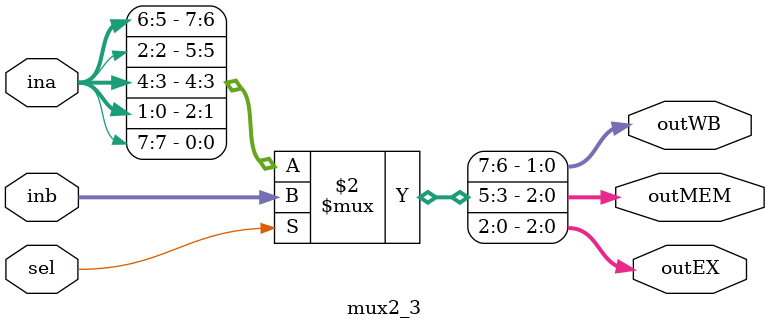
<source format=v>
`timescale 1ns / 1ps


module mux2_3(input [7:0] ina,inb,
              input sel,
              output [1:0] outWB,
              output [2:0] outMEM,
              output [2:0] outEX);
    
    //outWB = MemToReg | RegWrite
    //outMEM = Branch | MemRead | MemWrite
    //outEX = ALUop | ALUSrc
    assign {outWB, outMEM, outEX} = (sel == 0) ? {ina[6], ina[5], ina[2], ina[4], ina[3], ina[1:0], ina[7]} : inb;
endmodule

</source>
